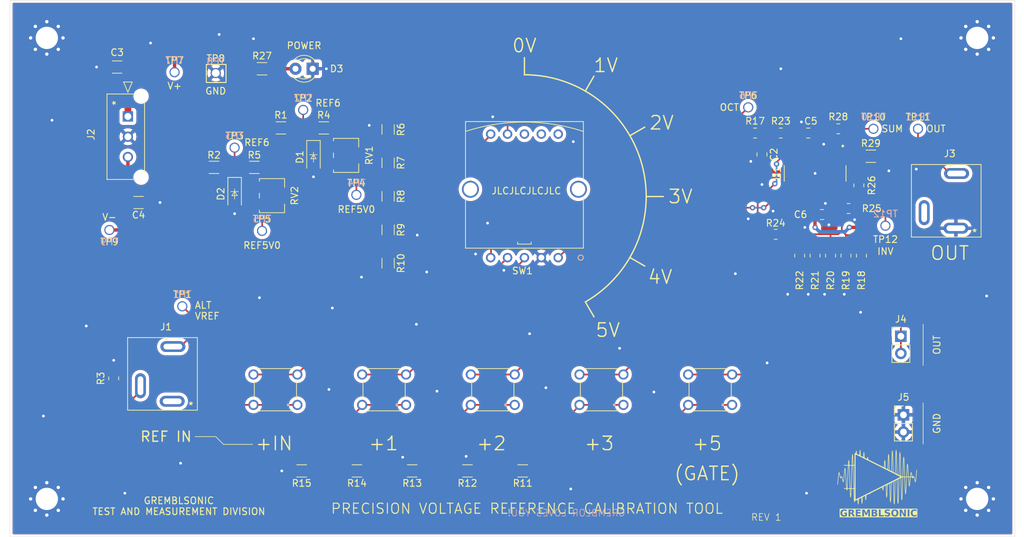
<source format=kicad_pcb>
(kicad_pcb (version 20240108) (generator "pcbnew") (generator_version "8.0")
  (layers (0 "F.Cu" signal) (31 "B.Cu" signal) (34 "B.Paste" user) (35 "F.Paste" user) (36 "B.SilkS" user "B.Silkscreen") (37 "F.SilkS" user "F.Silkscreen") (38 "B.Mask" user) (39 "F.Mask" user) (44 "Edge.Cuts" user))
  (net 0 "")
  (net 1 "GND")
  (net 2 "Net-(C2-Pad1)")
  (net 3 "Vcc+")
  (net 4 "Vcc-")
  (net 5 "Net-(D3-A)")
  (net 7 "/ALT_V_IN")
  (net 8 "/OUT")
  (net 10 "Net-(R4-Pad2)")
  (net 11 "Net-(R5-Pad2)")
  (net 12 "Net-(R6-Pad2)")
  (net 13 "Net-(R7-Pad2)")
  (net 14 "Net-(R8-Pad2)")
  (net 15 "Net-(R10-Pad1)")
  (net 16 "Net-(R11-Pad2)")
  (net 17 "Net-(R12-Pad2)")
  (net 18 "Net-(R13-Pad2)")
  (net 19 "Net-(R14-Pad2)")
  (net 20 "/OctaveSelect")
  (net 21 "/BTN5V")
  (net 22 "/VGND")
  (net 23 "/BTN3V")
  (net 24 "/BTN2V")
  (net 25 "/BTN1V")
  (net 26 "/BTN_ALT")
  (net 27 "Net-(U1A--)")
  (net 28 "/VINV")
  (net 29 "/VSUM")
  (net 35 "Net-(J1-PadTN)")
  (net 36 "Net-(U1B-+)")
  (net 37 "Net-(U1B--)")
  (net 38 "/REF6A")
  (net 39 "/REF6B")
  (net 40 "/REF5V0A")
  (net 41 "/REF5V0B")
  (net 42 "/ALT_BUF")
  (footprint "LED_THT:LED_D3.0mm" (layer "F.Cu") (at 81.153 43.18 180)
    (property "Reference" "D3")
    (property "Value" "POWER")
  )
  (footprint "Aaron_Pads:TP_HeaderPin_P2.54mm_round" (layer "F.Cu") (at 66.802 43.815)
    (property "Reference" "TP8")
    (property "Value" "TP" (hide yes))
  )
  (footprint "Aaron_Pads:TP_HeaderPin_P2.54mm_round" (layer "F.Cu") (at 51.054 67.056 180)
    (property "Reference" "TP9")
    (property "Value" "TP" (hide yes))
  )
  (footprint "Resistor_SMD:R_1206_3216Metric_Pad1.30x1.75mm_HandSolder" (layer "F.Cu") (at 95.898 102.743 180)
    (property "Reference" "R13")
    (property "Value" "1k 0.5%")
  )
  (footprint "Aaron_Pads:TP_HeaderPin_P2.54mm_round" (layer "F.Cu") (at 170.815 52.07)
    (property "Reference" "TP11")
    (property "Value" "TP" (hide yes))
  )
  (footprint "Resistor_SMD:R_1206_3216Metric_Pad1.30x1.75mm_HandSolder" (layer "F.Cu") (at 112.268 102.743 180)
    (property "Reference" "R11")
    (property "Value" "1k 0.5%")
  )
  (footprint "Aaron_Pads:MountingHole_3.3mm_M3_Full_Standoff_Size" (layer "F.Cu") (at 179.578 106.887)
    (property "Reference" "H4" (hide yes))
    (property "Value" "MountingHole_Pad")
  )
  (footprint "Aaron_Omron:B3F-1020" (layer "F.Cu") (at 143.279002 92.964 180)
    (property "Reference" "SW2" (hide yes))
    (property "Value" "B3F-1020")
  )
  (footprint "Resistor_SMD:R_1206_3216Metric_Pad1.30x1.75mm_HandSolder" (layer "F.Cu") (at 92.329 71.983 -90)
    (property "Reference" "R10")
    (property "Value" "1k 0.5%")
  )
  (footprint "Resistor_SMD:R_1206_3216Metric_Pad1.30x1.75mm_HandSolder" (layer "F.Cu") (at 104.083 102.743 180)
    (property "Reference" "R12")
    (property "Value" "1k 0.5%")
  )
  (footprint "Aaron_Connector:Molex-Microfit-43650-0316" (layer "F.Cu") (at 53.793 50.243999 90)
    (property "Reference" "J2")
    (property "Value" "Molex-MicroFit_43650-0316" (hide yes))
  )
  (footprint "Resistor_SMD:R_0805_2012Metric_Pad1.20x1.40mm_HandSolder" (layer "F.Cu") (at 157.861 70.85 90)
    (property "Reference" "R20")
    (property "Value" "100k 0.1%")
  )
  (footprint "Aaron_Switch:Alpha_SR1712F" (layer "F.Cu") (at 117.522 71.153 180)
    (property "Reference" "SW1")
    (property "Value" "SW_SP6T" (hide yes))
  )
  (footprint "Aaron_Pads:TP_HeaderPin_P2.54mm_round" (layer "F.Cu") (at 69.596 54.864)
    (property "Reference" "TP3")
    (property "Value" "TP" (hide yes))
  )
  (footprint "Capacitor_SMD:C_1206_3216Metric_Pad1.33x1.80mm_HandSolder" (layer "F.Cu") (at 55.372 62.992 180)
    (property "Reference" "C4")
    (property "Value" "4.7uF")
  )
  (footprint "Connector_PinHeader_2.54mm:PinHeader_1x02_P2.54mm_Vertical" (layer "F.Cu") (at 168.275 82.799)
    (property "Reference" "J4")
    (property "Value" "Conn_01x02")
  )
  (footprint "LOGO" (layer "F.Cu") (at 164.719 103.505)
    (property "Reference" "G***" (hide yes))
    (property "Value" "LOGO" (hide yes))
  )
  (footprint "Resistor_SMD:R_0805_2012Metric_Pad1.20x1.40mm_HandSolder" (layer "F.Cu") (at 149.733 67.691)
    (property "Reference" "R24")
    (property "Value" "100k 0.1%")
  )
  (footprint "Aaron_Omron:B3F-1020" (layer "F.Cu") (at 111.084502 92.964 180)
    (property "Reference" "SW4" (hide yes))
    (property "Value" "B3F-1020")
  )
  (footprint "Aaron_Omron:B3F-1020" (layer "F.Cu") (at 78.890002 92.964 180)
    (property "Reference" "SW6" (hide yes))
    (property "Value" "B3F-1020")
  )
  (footprint "Capacitor_SMD:C_0805_2012Metric_Pad1.18x1.45mm_HandSolder" (layer "F.Cu") (at 154.559 52.705 180)
    (property "Reference" "C5")
    (property "Value" "100nF")
  )
  (footprint "Aaron_Diode:D_SOD-123_SilkFix" (layer "F.Cu") (at 69.596 61.722 -90)
    (property "Reference" "D2")
    (property "Value" "6V0 ")
  )
  (footprint "Aaron_Pads:TP_HeaderPin_P2.54mm_round" (layer "F.Cu") (at 79.756 49.276)
    (property "Reference" "TP2")
    (property "Value" "TP" (hide yes))
  )
  (footprint "Resistor_SMD:R_1206_3216Metric_Pad1.30x1.75mm_HandSolder" (layer "F.Cu") (at 76.454 51.943)
    (property "Reference" "R1")
    (property "Value" "470R")
  )
  (footprint "Resistor_SMD:R_1206_3216Metric_Pad1.30x1.75mm_HandSolder" (layer "F.Cu") (at 66.548 57.785)
    (property "Reference" "R2")
    (property "Value" "470R")
  )
  (footprint "Aaron_Pads:TP_HeaderPin_P2.54mm_round" (layer "F.Cu") (at 60.706 43.688)
    (property "Reference" "TP7")
    (property "Value" "TP" (hide yes))
  )
  (footprint "Aaron_Omron:B3F-1020" (layer "F.Cu") (at 127.181752 92.964 180)
    (property "Reference" "SW3" (hide yes))
    (property "Value" "B3F-1020")
  )
  (footprint "Aaron_Pads:TP_HeaderPin_P2.54mm_round" (layer "F.Cu") (at 87.63 61.849)
    (property "Reference" "TP4")
    (property "Value" "TP" (hide yes))
  )
  (footprint "Capacitor_SMD:C_1206_3216Metric_Pad1.33x1.80mm_HandSolder" (layer "F.Cu") (at 52.197 42.926 180)
    (property "Reference" "C3")
    (property "Value" "4.7uF")
  )
  (footprint "Aaron_Pads:TP_HeaderPin_P2.54mm_round" (layer "F.Cu") (at 61.849 78.359)
    (property "Reference" "TP1")
    (property "Value" "TP" (hide yes))
  )
  (footprint "Resistor_SMD:R_0805_2012Metric_Pad1.20x1.40mm_HandSolder" (layer "F.Cu") (at 160.528 63.881)
    (property "Reference" "R25")
    (property "Value" "100k 0.1%")
  )
  (footprint "Resistor_SMD:R_0805_2012Metric_Pad1.20x1.40mm_HandSolder" (layer "F.Cu") (at 150.495 52.705)
    (property "Reference" "R23")
    (property "Value" "10k")
  )
  (footprint "Aaron_TI_Parts:TI_SOIC_D_R-PDSO-G14_Wider_Silk" (layer "F.Cu") (at 155.575 58.6775 -90)
    (property "Reference" "U1")
    (property "Value" "TL074H")
  )
  (footprint "Aaron_Potentiometer:Pot_Bourns_3214W_SMD_Vert" (layer "F.Cu") (at 75.131 61.978 90)
    (property "Reference" "RV2")
    (property "Value" "1k multi")
  )
  (footprint "Aaron_Pads:TP_HeaderPin_P2.54mm_round" (layer "F.Cu") (at 164.211 52.07)
    (property "Reference" "TP10")
    (property "Value" "TP" (hide yes))
  )
  (footprint "Resistor_SMD:R_0805_2012Metric_Pad1.20x1.40mm_HandSolder" (layer "F.Cu") (at 160.147 70.85 90)
    (property "Reference" "R19")
    (property "Value" "100k 0.1%")
  )
  (footprint "Resistor_SMD:R_1206_3216Metric_Pad1.30x1.75mm_HandSolder" (layer "F.Cu") (at 92.329 67.03 -90)
    (property "Reference" "R9")
    (property "Value" "1k 0.5%")
  )
  (footprint "Resistor_SMD:R_0805_2012Metric_Pad1.20x1.40mm_HandSolder" (layer "F.Cu") (at 155.575 70.85 90)
    (property "Reference" "R21")
    (property "Value" "100k 0.1%")
  )
  (footprint "Aaron_Pads:MountingHole_3.3mm_M3_Full_Standoff_Size" (layer "F.Cu") (at 41.783 38.608)
    (property "Reference" "H1" (hide yes))
    (property "Value" "MountingHole_Pad")
  )
  (footprint "Resistor_SMD:R_1206_3216Metric_Pad1.30x1.75mm_HandSolder" (layer "F.Cu") (at 73.66 43.18)
    (property "Reference" "R27")
    (property "Value" "1k 0.5%")
  )
  (footprint "Aaron_Omron:B3F-1020" (layer "F.Cu") (at 94.987252 92.964 180)
    (property "Reference" "SW5" (hide yes))
    (property "Value" "B3F-1020")
  )
  (footprint "Aaron_Connector:Schurter-4832.2211" (layer "F.Cu") (at 176.431061 66.792899)
    (property "Reference" "J3")
    (property "Value" "AudioJack2_SwitchT" (hide yes))
  )
  (footprint "Aaron_Potentiometer:Pot_Bourns_3214W_SMD_Vert" (layer "F.Cu") (at 86.106 56.007 90)
    (property "Reference" "RV1")
    (property "Value" "1k multi")
  )
  (footprint "Resistor_SMD:R_1206_3216Metric_Pad1.30x1.75mm_HandSolder" (layer "F.Cu") (at 87.713 102.743 180)
    (property "Reference" "R14")
    (property "Value" "1k 0.5%")
  )
  (footprint "Resistor_SMD:R_0805_2012Metric_Pad1.20x1.40mm_HandSolder" (layer "F.Cu") (at 162.433 70.85 90)
    (property "Reference" "R18")
    (property "Value" "100k 0.1%")
  )
  (footprint "Resistor_SMD:R_0805_2012Metric_Pad1.20x1.40mm_HandSolder" (layer "F.Cu") (at 51.689 89.043 -90)
    (property "Reference" "R3")
    (property "Value" "10k")
  )
  (footprint "Aaron_Pads:TP_HeaderPin_P2.54mm_round" (layer "F.Cu") (at 165.989 66.421)
    (property "Reference" "TP12")
    (property "Value" "TP" (hide yes))
  )
  (footprint "Connector_PinHeader_2.54mm:PinHeader_1x02_P2.54mm_Vertical" (layer "F.Cu") (at 168.656 94.44)
    (property "Reference" "J5")
    (property "Value" "Conn_01x02")
  )
  (footprint "Aaron_Connector:Schurter-4832.2211" (layer "F.Cu") (at 60.351924 92.427999)
    (property "Reference" "J1")
    (property "Value" "AudioJack2_SwitchT" (hide yes))
  )
  (footprint "Aaron_Diode:D_SOD-123_SilkFix" (layer "F.Cu") (at 81.28 56.261 -90)
    (property "Reference" "D1")
    (property "Value" "6V0 ")
  )
  (footprint "Aaron_Pads:TP_HeaderPin_P2.54mm_round" (layer "F.Cu") (at 73.66 67.183)
    (property "Reference" "TP5")
    (property "Value" "TP" (hide yes))
  )
  (footprint "Resistor_SMD:R_0805_2012Metric_Pad1.20x1.40mm_HandSolder" (layer "F.Cu") (at 146.685 52.705)
    (property "Reference" "R17")
    (property "Value" "2k2")
  )
  (footprint "Resistor_SMD:R_1206_3216Metric_Pad1.30x1.75mm_HandSolder" (layer "F.Cu") (at 163.83 56.134)
    (property "Reference" "R29")
    (property "Value" "470R")
  )
  (footprint "Resistor_SMD:R_0805_2012Metric_Pad1.20x1.40mm_HandSolder" (layer "F.Cu") (at 153.289 70.85 90)
    (property "Reference" "R22")
    (property "Value" "100k 0.1%")
  )
  (footprint "Aaron_Pads:MountingHole_3.3mm_M3_Full_Standoff_Size" (layer "F.Cu") (at 41.783 106.887)
    (property "Reference" "H3" (hide yes))
    (property "Value" "MountingHole_Pad")
  )
  (footprint "Resistor_SMD:R_0805_2012Metric_Pad1.20x1.40mm_HandSolder" (layer "F.Cu") (at 162.052 60.452 -90)
    (property "Reference" "R26")
    (property "Value" "100k 0.1%")
  )
  (footprint "Resistor_SMD:R_1206_3216Metric_Pad1.30x1.75mm_HandSolder" (layer "F.Cu") (at 79.528 102.743 180)
    (property "Reference" "R15")
    (property "Value" "1k 0.5%")
  )
  (footprint "Resistor_SMD:R_1206_3216Metric_Pad1.30x1.75mm_HandSolder" (layer "F.Cu") (at 92.329 62.077 -90)
    (property "Reference" "R8")
    (property "Value" "1k 0.5%")
  )
  (footprint "Resistor_SMD:R_1206_3216Metric_Pad1.30x1.75mm_HandSolder" (layer "F.Cu") (at 92.329 52.171 -90)
    (property "Reference" "R6")
    (property "Value" "1k 0.5%")
  )
  (footprint "Resistor_SMD:R_1206_3216Metric_Pad1.30x1.75mm_HandSolder" (layer "F.Cu") (at 72.517 57.787)
    (property "Reference" "R5")
    (property "Value" "470R")
  )
  (footprint "Capacitor_SMD:C_0805_2012Metric_Pad1.18x1.45mm_HandSolder" (layer "F.Cu") (at 156.591 64.77)
    (property "Reference" "C6")
    (property "Value" "100nF")
  )
  (footprint "Aaron_Pads:TP_HeaderPin_P2.54mm_round" (layer "F.Cu") (at 145.669 48.895)
    (property "Reference" "TP6")
    (property "Value" "TP" (hide yes))
  )
  (footprint "Resistor_SMD:R_1206_3216Metric_Pad1.30x1.75mm_HandSolder" (layer "F.Cu") (at 82.804 51.943)
    (property "Reference" "R4")
    (property "Value" "470R")
  )
  (footprint "Resistor_SMD:R_0805_2012Metric_Pad1.20x1.40mm_HandSolder" (layer "F.Cu") (at 159.004 52.07)
    (property "Reference" "R28")
    (property "Value" "100k 0.1%")
  )
  (footprint "Capacitor_SMD:C_0805_2012Metric_Pad1.18x1.45mm_HandSolder" (layer "F.Cu") (at 147.701 55.88 -90)
    (property "Reference" "C2")
    (property "Value" "10nF")
  )
  (footprint "Resistor_SMD:R_1206_3216Metric_Pad1.30x1.75mm_HandSolder" (layer "F.Cu") (at 92.329 57.124 -90)
    (property "Reference" "R7")
    (property "Value" "1k 0.5%")
  )
  (footprint "Aaron_Pads:MountingHole_3.3mm_M3_Full_Standoff_Size" (layer "F.Cu") (at 179.578 38.608)
    (property "Reference" "H2" (hide yes))
    (property "Value" "MountingHole_Pad")
  )
  (gr_line (start 130.342225 51.820536) (end 128.14252 53.090536) (stroke (width 0.2)) (layer "F.SilkS"))
  (gr_arc (start 112.522 44.069) (mid 129.94015 57.430399) (end 121.54807 77.715662) (stroke (width 0.2)) (layer "F.SilkS"))
  (gr_line (start 63.754 97.663) (end 66.802 97.663) (stroke (width 0.1)) (layer "F.SilkS"))
  (gr_line (start 171.577 81.026) (end 171.577 87.122) (stroke (width 0.1)) (layer "F.SilkS"))
  (gr_line (start 133.096 62.103) (end 130.556 62.103) (stroke (width 0.2)) (layer "F.SilkS"))
  (gr_line (start 112.522 44.069) (end 112.522 41.529) (stroke (width 0.2)) (layer "F.SilkS"))
  (gr_line (start 171.577 92.662) (end 171.577 98.758) (stroke (width 0.1)) (layer "F.SilkS"))
  (gr_line (start 66.802 97.663) (end 67.945 98.806) (stroke (width 0.1)) (layer "F.SilkS"))
  (gr_rect (start 65.405 42.545) (end 68.326 45.212) (stroke (width 0.15)) (fill none) (layer "F.SilkS"))
  (gr_line (start 121.54807 77.715662) (end 122.81807 79.915367) (stroke (width 0.2)) (layer "F.SilkS"))
  (gr_line (start 122.807659 44.284619) (end 121.537659 46.484324) (stroke (width 0.2)) (layer "F.SilkS"))
  (gr_line (start 67.945 98.806) (end 72.263 98.806) (stroke (width 0.1)) (layer "F.SilkS"))
  (gr_line (start 128.134662 71.12907) (end 130.334367 72.39907) (stroke (width 0.2)) (layer "F.SilkS"))
  (gr_rect (start 36.322 33.02) (end 185.166 112.522) (stroke (width 0.05)) (fill none) (layer "Edge.Cuts"))
  (gr_text "GREMBLOR LOVES YOU!" (at 118.745 108.966 0) (layer "B.SilkS") (effects (font (size 1 1) (thickness 0.1)) (justify mirror)))
  (gr_text "V-" (at 51.054 65.151 0) (layer "F.SilkS") (effects (font (size 1 1))))
  (gr_text "JLCJLCJLCJLC" (at 107.569 61.849 0) (layer "F.SilkS") (effects (font (size 1 1)) (justify left bottom)))
  (gr_text "OCT" (at 142.875 48.895 0) (layer "F.SilkS") (effects (font (size 1 1))))
  (gr_text "+1" (at 91.650322 98.679 0) (layer "F.SilkS") (effects (font (size 2 2) (thickness 0.2))))
  (gr_text "INV" (at 165.989 70.231 0) (layer "F.SilkS") (effects (font (size 1 1))))
  (gr_text "REF6" (at 72.898 54.102 0) (layer "F.SilkS") (effects (font (size 1 1))))
  (gr_text "GREMBLSONIC\nTEST AND MEASUREMENT DIVISION" (at 61.341 107.95 0) (layer "F.SilkS") (effects (font (size 1 1))))
  (gr_text "REF5V0" (at 73.66 69.342 0) (layer "F.SilkS") (effects (font (size 1 1))))
  (gr_text "SUM" (at 167.005 52.07 0) (layer "F.SilkS") (effects (font (size 1 1))))
  (gr_text "GREMBLSONIC" (at 164.973 109.6518 0) (layer "F.SilkS" knockout) (effects (font (size 1 1) (thickness 0.2) (bold yes)) (justify bottom)))
  (gr_text "1V" (at 124.587 42.672 0) (layer "F.SilkS") (effects (font (size 2 2) (thickness 0.2))))
  (gr_text "4V" (at 130.683 75.184 0) (layer "F.SilkS") (effects (font (size 2 2) (thickness 0.2)) (justify left bottom)))
  (gr_text "+IN" (at 75.438 98.679 0) (layer "F.SilkS") (effects (font (size 2 2) (thickness 0.2))))
  (gr_text "V+" (at 60.706 45.72 0) (layer "F.SilkS") (effects (font (size 1 1))))
  (gr_text "GND" (at 173.609 95.71 90) (layer "F.SilkS") (effects (font (size 1 1))))
  (gr_text "OUT" (at 173.609 84.074 90) (layer "F.SilkS") (effects (font (size 1 1))))
  (gr_text "POWER" (at 79.883 39.751 0) (layer "F.SilkS") (effects (font (size 1 1))))
  (gr_text "3V" (at 135.636 62.103 0) (layer "F.SilkS") (effects (font (size 2 2) (thickness 0.2))))
  (gr_text "2V" (at 132.842 51.181 0) (layer "F.SilkS") (effects (font (size 2 2) (thickness 0.2))))
  (gr_text "PRECISION VOLTAGE REFERENCE CALIBRATION TOOL\n" (at 112.903 108.331 0) (layer "F.SilkS") (effects (font (size 1.5 1.5))))
  (gr_text "+5" (at 139.573 98.679 0) (layer "F.SilkS") (effects (font (size 2 2) (thickness 0.2))))
  (gr_text "+2" (at 107.624548 98.679 0) (layer "F.SilkS") (effects (font (size 2 2) (thickness 0.2))))
  (gr_text "REF5V0" (at 87.63 64.008 0) (layer "F.SilkS") (effects (font (size 1 1))))
  (gr_text "0V" (at 112.522 39.751 0) (layer "F.SilkS") (effects (font (size 2 2) (thickness 0.2))))
  (gr_text "OUT" (at 173.482 52.07 0) (layer "F.SilkS") (effects (font (size 1 1))))
  (gr_text "(GATE)" (at 139.573 103.124 0) (layer "F.SilkS") (effects (font (size 2 2) (thickness 0.2))))
  (gr_text "REF6" (at 83.439 48.26 0) (layer "F.SilkS") (effects (font (size 1 1))))
  (gr_text "ALT\nVREF" (at 63.627 80.391 0) (layer "F.SilkS") (effects (font (size 1 1)) (justify left bottom)))
  (gr_text "REV 1" (at 148.336 109.601 0) (layer "F.SilkS") (effects (font (size 1 1) (thickness 0.1))))
  (gr_text "5V" (at 122.936 83.058 0) (layer "F.SilkS") (effects (font (size 2 2) (thickness 0.2)) (justify left bottom)))
  (gr_text "GND" (at 66.802 46.482 0) (layer "F.SilkS") (effects (font (size 1 1))))
  (gr_text "OUT" (at 175.514 70.485 0) (layer "F.SilkS") (effects (font (size 2 2) (thickness 0.2))))
  (gr_text "+3" (at 123.598774 98.679 0) (layer "F.SilkS") (effects (font (size 2 2) (thickness 0.2))))
  (gr_text "REF IN" (at 59.436 97.663 0) (layer "F.SilkS") (effects (font (size 1.5 1.5) (thickness 0.2))))
  (segment (start 56.9345 62.992) (end 58.547 62.992) (width 0.5) (layer "F.Cu") (net 1))
  (segment (start 81.28 57.911) (end 81.28 59.182) (width 0.25) (layer "F.Cu") (net 1))
  (segment (start 81.153 43.18) (end 83.185 43.18) (width 0.5) (layer "F.Cu") (net 1))
  (segment (start 157.6285 66.2725) (end 157.607 66.294) (width 0.5) (layer "F.Cu") (net 1))
  (segment (start 147.701 56.9175) (end 146.0715 56.9175) (width 0.5) (layer "F.Cu") (net 1))
  (segment (start 156.845 56.2025) (end 156.845 54.356) (width 0.25) (layer "F.Cu") (net 1))
  (segment (start 69.596 63.372) (end 69.596 64.643) (width 0.25) (layer "F.Cu") (net 1))
  (segment (start 51.689 88.043) (end 51.689 86.36) (width 0.5) (layer "F.Cu") (net 1))
  (segment (start 157.6285 64.77) (end 157.6285 66.2725) (width 0.5) (layer "F.Cu") (net 1))
  (segment (start 146.0715 56.9175) (end 146.05 56.896) (width 0.5) (layer "F.Cu") (net 1))
  (segment (start 153.5215 51.0755) (end 153.543 51.054) (width 0.5) (layer "F.Cu") (net 1))
  (segment (start 156.845 62.865) (end 157.099 63.119) (width 0.25) (layer "F.Cu") (net 1))
  (segment (start 156.845 61.1525) (end 156.845 62.865) (width 0.25) (layer "F.Cu") (net 1))
  (segment (start 77.978 102.743) (end 76.581 102.743) (width 0.5) (layer "F.Cu") (net 1))
  (segment (start 153.5215 52.705) (end 153.5215 51.0755) (width 0.5) (layer "F.Cu") (net 1))
  (segment (start 50.6345 42.926) (end 49.149 42.926) (width 0.5) (layer "F.Cu") (net 1))
  (via (at 143.764 73.533) (size 0.8) (drill 0.4) (layers "F.Cu" "B.Cu") (net 1))
  (via (at 61.595 101.6) (size 0.8) (drill 0.4) (layers "F.Cu" "B.Cu") (net 1))
  (via (at 154.051 66.675) (size 0.8) (drill 0.4) (layers "F.Cu" "B.Cu") (net 1))
  (via (at 53.34 106.045) (size 0.8) (drill 0.4) (layers "F.Cu" "B.Cu") (net 1))
  (via (at 180.975 76.835) (size 0.8) (drill 0.4) (layers "F.Cu" "B.Cu") (net 1))
  (via (at 96.52 81.026) (size 0.8) (drill 0.4) (layers "F.Cu" "B.Cu") (net 1))
  (via (at 83.566 90.678) (size 0.8) (drill 0.4) (layers "F.Cu" "B.Cu") (net 1))
  (via (at 156.845 54.356) (size 0.8) (drill 0.4) (layers "F.Cu" "B.Cu") (net 1))
  (via (at 119.38 105.41) (size 0.8) (drill 0.4) (layers "F.Cu" "B.Cu") (net 1))
  (via (at 156.972 76.581) (size 0.8) (drill 0.4) (layers "F.Cu" "B.Cu") (net 1))
  (via (at 150.495 43.18) (size 0.8) (drill 0.4) (layers "F.Cu" "B.Cu") (net 1))
  (via (at 147.701 60.325) (size 0.8) (drill 0.4) (layers "F.Cu" "B.Cu") (net 1))
  (via (at 57.15 39.37) (size 0.8) (drill 0.4) (layers "F.Cu" "B.Cu") (net 1))
  (via (at 170.561 58.039) (size 0.8) (drill 0.4) (layers "F.Cu" "B.Cu") (net 1))
  (via (at 155.575 58.674) (size 0.8) (drill 0.4) (layers "F.Cu" "B.Cu") (net 1))
  (via (at 115.697 90.424) (size 0.8) (drill 0.4) (layers "F.Cu" "B.Cu") (net 1))
  (via (at 119.761 53.975) (size 0.8) (drill 0.4) (layers "F.Cu" "B.Cu") (net 1))
  (via (at 107.061 66.04) (size 0.8) (drill 0.4) (layers "F.Cu" "B.Cu") (net 1))
  (via (at 151.511 76.581) (size 0.8) (drill 0.4) (layers "F.Cu" "B.Cu") (net 1))
  (via (at 49.149 42.926) (size 0.8) (drill 0.4) (layers "F.Cu" "B.Cu") (net 1))
  (via (at 99.568 90.932) (size 0.8) (drill 0.4) (layers "F.Cu" "B.Cu") (net 1))
  (via (at 84.074 78.613) (size 0.8) (drill 0.4) (layers "F.Cu" "B.Cu") (net 1))
  (via (at 166.497 58.293) (size 0.8) (drill 0.4) (layers "F.Cu" "B.Cu") (net 1))
  (via (at 154.559 76.581) (size 0.8) (drill 0.4) (layers "F.Cu" "B.Cu") (net 1))
  (via (at 69.596 64.643) (size 0.8) (drill 0.4) (layers "F.Cu" "B.Cu") (net 1))
  (via (at 113.284 82.423) (size 0.8) (drill 0.4) (layers "F.Cu" "B.Cu") (net 1))
  (via (at 105.283 70.612) (size 0.8) (drill 0.4) (layers "F.Cu" "B.Cu") (net 1))
  (via (at 131.699 91.059) (size 0.8) (drill 0.4) (layers "F.Cu" "B.Cu") (net 1))
  (via (at 88.392 74.041) (size 0.8) (drill 0.4) (layers "F.Cu" "B.Cu") (net 1))
  (via (at 47.625 81.28) (size 0.8) (drill 0.4) (layers "F.Cu" "B.Cu") (net 1))
  (via (at 103.886 100.584) (size 0.8) (drill 0.4) (layers "F.Cu" "B.Cu") (net 1))
  (via (at 145.669 65.405) (size 0.8) (drill 0.4) (layers "F.Cu" "B.Cu") (net 1))
  (via (at 98.044 73.279) (size 0.8) (drill 0.4) (layers "F.Cu" "B.Cu") (net 1))
  (via (at 58.547 62.992) (size 0.8) (drill 0.4) (layers "F.Cu" "B.Cu") (net 1))
  (via (at 96.647 67.818) (size 0.8) (drill 0.4) (layers "F.Cu" "B.Cu") (net 1))
  (via (at 157.099 63.119) (size 0.8) (drill 0.4) (layers "F.Cu" "B.Cu") (net 1))
  (via (at 83.185 43.18) (size 0.8) (drill 0.4) (layers "F.Cu" "B.Cu") (net 1))
  (via (at 107.823 50.292) (size 0.8) (drill 0.4) (layers "F.Cu" "B.Cu") (net 1))
  (via (at 76.581 102.743) (size 0.8) (drill 0.4) (layers "F.Cu" "B.Cu") (net 1))
  (via (at 153.543 51.054) (size 0.8) (drill 0.4) (layers "F.Cu" "B.Cu") (net 1))
  (via (at 73.279 77.089) (size 0.8) (drill 0.4) (layers "F.Cu" "B.Cu") (net 1))
  (via (at 168.275 38.735) (size 0.8) (drill 0.4) (layers "F.Cu" "B.Cu") (net 1))
  (via (at 109.474 73.025) (size 0.8) (drill 0.4) (layers "F.Cu" "B.Cu") (net 1))
  (via (at 94.488 100.711) (size 0.8) (drill 0.4) (layers "F.Cu" "B.Cu") (net 1))
  (via (at 67.31 38.1) (size 0.8) (drill 0.4) (layers "F.Cu" "B.Cu") (net 1))
  (via (at 148.463 86.741) (size 0.8) (drill 0.4) (layers "F.Cu" "B.Cu") (net 1))
  (via (at 146.05 56.896) (size 0.8) (drill 0.4) (layers "F.Cu" "B.Cu") (net 1))
  (via (at 157.607 66.294) (size 0.8) (drill 0.4) (layers "F.Cu" "B.Cu") (net 1))
  (via (at 42.545 50.8) (size 0.8) (drill 0.4) (layers "F.Cu" "B.Cu") (net 1))
  (via (at 154.305 106.045) (size 0.8) (drill 0.4) (layers "F.Cu" "B.Cu") (net 1))
  (via (at 72.39 38.735) (size 0.8) (drill 0.4) (layers "F.Cu" "B.Cu") (net 1))
  (via (at 81.28 59.182) (size 0.8) (drill 0.4) (layers "F.Cu" "B.Cu") (net 1))
  (via (at 41.275 94.615) (size 0.8) (drill 0.4) (layers "F.Cu" "B.Cu") (net 1))
  (via (at 162.306 79.248) (size 0.8) (drill 0.4) (layers "F.Cu" "B.Cu") (net 1))
  (via (at 51.689 86.36) (size 0.8) (drill 0.4) (layers "F.Cu" "B.Cu") (net 1))
  (via (at 149.352 64.262) (size 0.8) (drill 0.4) (layers "F.Cu" "B.Cu") (net 1))
  (via (at 126.619 84.582) (size 0.8) (drill 0.4) (layers "F.Cu" "B.Cu") (net 1))
  (via (at 159.893 76.581) (size 0.8) (drill 0.4) (layers "F.Cu" "B.Cu") (net 1))
  (via (at 89.535 51.562) (size 0.8) (drill 0.4) (layers "F.Cu" "B.Cu") (net 1))
  (via (at 161.417 65.532) (size 0.8) (drill 0.4) (layers "F.Cu" "B.Cu") (net 1))
  (segment (start 147.685 52.705) (end 149.352 52.705) (width 0.25) (layer "F.Cu") (net 2))
  (segment (start 147.701 54.8425) (end 147.701 52.832) (width 0.25) (layer "F.Cu") (net 2))
  (segment (start 152.019 36.195) (end 155.575 39.751) (width 1) (layer "F.Cu") (net 3))
  (segment (start 69.85 43.307) (end 69.85 36.195) (width 0.5) (layer "F.Cu") (net 3))
  (segment (start 59.309 45.974) (end 54.61 41.275) (width 0.5) (layer "F.Cu") (net 3))
  (segment (start 53.793 38.917) (end 56.515 36.195) (width 1) (layer "F.Cu") (net 3))
  (segment (start 73.279 51.943) (end 69.85 48.514) (width 0.5) (layer "F.Cu") (net 3))
  (segment (start 60.706 43.688) (end 60.706 36.195) (width 0.5) (layer "F.Cu") (net 3))
  (segment (start 69.977 43.18) (end 69.85 43.307) (width 0.5) (layer "F.Cu") (net 3))
  (segment (start 60.706 36.195) (end 69.85 36.195) (width 1) (layer "F.Cu") (net 3))
  (segment (start 155.575 44.45) (end 155.575 39.751) (width 1) (layer "F.Cu") (net 3))
  (segment (start 63.0555 57.0865) (end 63.754 57.785) (width 0.25) (layer "F.Cu") (net 3))
  (segment (start 72.11 43.18) (end 69.977 43.18) (width 0.5) (layer "F.Cu") (net 3))
  (segment (start 69.85 36.195) (end 152.019 36.195) (width 1) (layer "F.Cu") (net 3))
  (segment (start 155.575 56.2025) (end 155.575 54.737) (width 0.25) (layer "F.Cu") (net 3))
  (segment (start 69.85 48.514) (end 69.85 43.307) (width 0.5) (layer "F.Cu") (net 3))
  (segment (start 59.309 53.34) (end 59.309 45.974) (width 0.5) (layer "F.Cu") (net 3))
  (segment (start 53.793 50.243999) (end 53.793 41.275) (width 1) (layer "F.Cu") (net 3))
  (segment (start 56.515 36.195) (end 60.706 36.195) (width 1) (layer "F.Cu") (net 3))
  (segment (start 74.904 51.943) (end 73.279 51.943) (width 0.25) (layer "F.Cu") (net 3))
  (segment (start 155.575 54.737) (end 155.575 44.45) (width 0.5) (layer "F.Cu") (net 3))
  (segment (start 64.998 57.785) (end 63.754 57.785) (width 0.25) (layer "F.Cu") (net 3))
  (segment (start 54.61 41.275) (end 53.793 41.275) (width 0.5) (layer "F.Cu") (net 3))
  (segment (start 53.793 41.275) (end 53.793 38.917) (width 1) (layer "F.Cu") (net 3))
  (segment (start 63.0555 57.0865) (end 59.309 53.34) (width 0.5) (layer "F.Cu") (net 3))
  (segment (start 155.575 62.865) (end 155.575 64.516) (width 0.5) (layer "F.Cu") (net 4))
  (segment (start 155.5535 64.77) (end 155.5535 66.6535) (width 0.5) (layer "F.Cu") (net 4))
  (segment (start 45.085 78.282) (end 53.8095 69.5575) (width 0.5) (layer "F.Cu") (net 4))
  (segment (start 54.61 109.22) (end 45.085 99.695) (width 0.5) (layer "F.Cu") (net 4))
  (segment (start 53.8095 67.056) (end 53.8095 69.5575) (width 0.5) (layer "F.Cu") (net 4))
  (segment (start 143.51 109.22) (end 54.61 109.22) (width 0.5) (layer "F.Cu") (net 4))
  (segment (start 164.465 68.58) (end 164.465 88.265) (width 0.5) (layer "F.Cu") (net 4))
  (segment (start 51.054 67.056) (end 53.8095 67.056) (width 0.5) (layer "F.Cu") (net 4))
  (segment (start 53.8095 62.992) (end 53.8095 67.056) (width 0.5) (layer "F.Cu") (net 4))
  (segment (start 160.655 66.675) (end 162.56 66.675) (width 0.5) (layer "F.Cu") (net 4))
  (segment (start 155.5535 66.6535) (end 155.575 66.675) (width 0.5) (layer "F.Cu") (net 4))
  (segment (start 53.793 56.243997) (end 53.793 62.92) (width 0.5) (layer "F.Cu") (net 4))
  (segment (start 164.465 88.265) (end 143.51 109.22) (width 0.5) (layer "F.Cu") (net 4))
  (segment (start 162.56 66.675) (end 164.465 68.58) (width 0.5) (layer "F.Cu") (net 4))
  (segment (start 155.575 61.1525) (end 155.575 62.865) (width 0.25) (layer "F.Cu") (net 4))
  (segment (start 45.085 99.695) (end 45.085 78.282) (width 0.5) (layer "F.Cu") (net 4))
  (via (at 155.575 66.675) (size 0.8) (drill 0.4) (layers "F.Cu" "B.Cu") (net 4))
  (via (at 160.655 66.675) (size 0.8) (drill 0.4) (layers "F.Cu" "B.Cu") (net 4))
  (segment (start 160.02 67.31) (end 160.655 66.675) (width 0.5) (layer "B.Cu") (net 4))
  (segment (start 155.575 66.675) (end 156.21 67.31) (width 0.5) (layer "B.Cu") (net 4))
  (segment (start 156.21 67.31) (end 160.02 67.31) (width 0.5) (layer "B.Cu") (net 4))
  (segment (start 75.21 43.18) (end 78.486 43.18) (width 0.5) (layer "F.Cu") (net 5))
  (segment (start 64.7065 81.2165) (end 64.897 81.026) (width 0.25) (layer "F.Cu") (net 7))
  (segment (start 154.305 59.69) (end 153.924 59.309) (width 0.25) (layer "F.Cu") (net 7))
  (segment (start 61.849 78.359) (end 64.516 81.026) (width 0.25) (layer "F.Cu") (net 7))
  (segment (start 153.924 59.309) (end 142.367 59.309) (width 0.25) (layer "F.Cu") (net 7))
  (segment (start 126.238 75.438) (end 142.367 59.309) (width 0.25) (layer "F.Cu") (net 7))
  (segment (start 154.305 61.1525) (end 154.305 59.69) (width 0.25) (layer "F.Cu") (net 7))
  (segment (start 64.516 81.407) (end 64.7065 81.2165) (width 0.25) (layer "F.Cu") (net 7))
  (segment (start 61.595 84.328) (end 64.516 81.407) (width 0.25) (layer "F.Cu") (net 7))
  (segment (start 70.485 75.438) (end 126.238 75.438) (width 0.25) (layer "F.Cu") (net 7))
  (segment (start 64.516 81.026) (end 64.7065 81.2165) (width 0.25) (layer "F.Cu") (net 7))
  (segment (start 64.516 81.026) (end 64.897 81.026) (width 0.25) (layer "F.Cu") (net 7))
  (segment (start 64.516 81.026) (end 64.516 81.407) (width 0.25) (layer "F.Cu") (net 7))
  (segment (start 64.897 81.026) (end 70.485 75.438) (width 0.25) (layer "F.Cu") (net 7))
  (segment (start 170.815 52.07) (end 170.815 55.88) (width 0.25) (layer "F.Cu") (net 8))
  (segment (start 168.275 56.515) (end 168.656 56.134) (width 0.25) (layer "F.Cu") (net 8))
  (segment (start 170.815 55.88) (end 170.815 56.134) (width 0.25) (layer "F.Cu") (net 8))
  (segment (start 168.275 56.134) (end 168.656 56.134) (width 0.25) (layer "F.Cu") (net 8))
  (segment (start 167.894 56.134) (end 168.275 56.134) (width 0.25) (layer "F.Cu") (net 8))
  (segment (start 168.275 56.769) (end 168.275 56.515) (width 0.25) (layer "F.Cu") (net 8))
  (segment (start 170.815 55.88) (end 171.069 56.134) (width 0.25) (layer "F.Cu") (net 8))
  (segment (start 171.323 56.134) (end 172.974 56.134) (width 0.25) (layer "F.Cu") (net 8))
  (segment (start 168.656 56.134) (end 170.053 56.134) (width 0.25) (layer "F.Cu") (net 8))
  (segment (start 172.974 56.134) (end 175.26 58.42) (width 0.25) (layer "F.Cu") (net 8))
  (segment (start 170.561 56.134) (end 170.815 55.88) (width 0.25) (layer "F.Cu") (net 8))
  (segment (start 170.815 56.134) (end 171.323 56.134) (width 0.25) (layer "F.Cu") (net 8))
  (segment (start 168.275 56.134) (end 168.275 56.769) (width 0.25) (layer "F.Cu") (net 8))
  (segment (start 170.053 56.134) (end 170.815 56.134) (width 0.25) (layer "F.Cu") (net 8))
  (segment (start 171.069 56.134) (end 171.323 56.134) (width 0.25) (layer "F.Cu") (net 8))
  (segment (start 165.38 56.134) (end 167.894 56.134) (width 0.25) (layer "F.Cu") (net 8))
  (segment (start 170.053 56.134) (end 170.561 56.134) (width 0.25) (layer "F.Cu") (net 8))
  (segment (start 168.275 56.769) (end 168.275 85.471) (width 0.25) (layer "F.Cu") (net 8))
  (segment (start 168.275 56.515) (end 167.894 56.134) (width 0.25) (layer "F.Cu") (net 8))
  (segment (start 86.106 52.578) (end 86.106 53.467) (width 0.25) (layer "F.Cu") (net 10))
  (segment (start 86.106 53.467) (end 85.344 54.229) (width 0.25) (layer "F.Cu") (net 10))
  (segment (start 85.471 51.943) (end 86.106 52.578) (width 0.25) (layer "F.Cu") (net 10))
  (segment (start 84.354 51.943) (end 85.471 51.943) (width 0.25) (layer "F.Cu") (net 10))
  (segment (start 75.692 58.928) (end 74.295 60.325) (width 0.25) (layer "F.Cu") (net 11))
  (segment (start 75.692 58.166) (end 75.692 58.928) (width 0.25) (layer "F.Cu") (net 11))
  (segment (start 75.313 57.787) (end 75.692 58.166) (width 0.25) (layer "F.Cu") (net 11))
  (segment (start 74.067 57.787) (end 75.313 57.787) (width 0.25) (layer "F.Cu") (net 11))
  (segment (start 105.918 54.61) (end 107.442 53.086) (width 0.25) (layer "F.Cu") (net 12))
  (segment (start 92.329 54.61) (end 92.329 55.245) (width 0.25) (layer "F.Cu") (net 12))
  (segment (start 92.329 54.61) (end 105.918 54.61) (width 0.25) (layer "F.Cu") (net 12))
  (segment (start 92.329 53.721) (end 92.329 54.61) (width 0.25) (layer "F.Cu") (net 12))
  (segment (start 97.536 59.69) (end 107.569 69.723) (width 0.25) (layer "F.Cu") (net 13))
  (segment (start 92.329 58.674) (end 92.329 59.69) (width 0.25) (layer "F.Cu") (net 13))
  (segment (start 92.329 59.69) (end 97.536 59.69) (width 0.25) (layer "F.Cu") (net 13))
  (segment (start 107.569 69.723) (end 107.569 70.993) (width 0.25) (layer "F.Cu") (net 13))
  (segment (start 92.329 59.69) (end 92.329 60.452) (width 0.25) (layer "F.Cu") (net 13))
  (segment (start 104.648 72.771) (end 96.393 64.516) (width 0.25) (layer "F.Cu") (net 14))
  (segment (start 108.404 72.771) (end 104.648 72.771) (width 0.25) (layer "F.Cu") (net 14))
  (segment (start 92.329 63.627) (end 92.329 64.516) (width 0.25) (layer "F.Cu") (net 14))
  (segment (start 110.022 71.153) (end 108.404 72.771) (width 0.25) (layer "F.Cu") (net 14))
  (segment (start 92.329 64.516) (end 92.329 65.151) (width 0.25) (layer "F.Cu") (net 14))
  (segment (start 96.393 64.516) (end 92.329 64.516) (width 0.25) (layer "F.Cu") (net 14))
  (segment (start 92.329 68.58) (end 92.329 69.469) (width 0.25) (layer "F.Cu") (net 15))
  (segment (start 109.601 74.295) (end 112.522 71.374) (width 0.25) (layer "F.Cu") (net 15))
  (segment (start 92.329 69.469) (end 98.171 69.469) (width 0.25) (layer "F.Cu") (net 15))
  (segment (start 102.997 74.295) (end 109.601 74.295) (width 0.25) (layer "F.Cu") (net 15))
  (segment (start 98.171 69.469) (end 102.997 74.295) (width 0.25) (layer "F.Cu") (net 15))
  (segment (start 92.329 69.469) (end 92.329 70.231) (width 0.25) (layer "F.Cu") (net 15))
  (segment (start 105.633 102.743) (end 110.617 102.743) (width 0.25) (layer "F.Cu") (net 16))
  (segment (start 99.949 102.743) (end 100.33 102.743) (width 0.25) (layer "F.Cu") (net 17))
  (segment (start 102.108 99.568) (end 114.173 99.568) (width 0.25) (layer "F.Cu") (net 17))
  (segment (start 99.949 102.743) (end 99.949 102.362) (width 0.25) (layer "F.Cu") (net 17))
  (segment (start 99.568 102.743) (end 99.949 102.743) (width 0.25) (layer "F.Cu") (net 17))
  (segment (start 99.949 102.362) (end 100.33 102.743) (width 0.25) (layer "F.Cu") (net 17))
  (segment (start 100.33 102.743) (end 102.616 102.743) (width 0.25) (layer "F.Cu") (net 17))
  (segment (start 99.949 102.362) (end 99.949 101.727) (width 0.25) (layer "F.Cu") (net 17))
  (segment (start 99.949 102.362) (end 99.568 102.743) (width 0.25) (layer "F.Cu") (net 17))
  (segment (start 127.181752 92.964) (end 120.777 92.964) (width 0.25) (layer "F.Cu") (net 17))
  (segment (start 97.448 102.743) (end 99.568 102.743) (width 0.25) (layer "F.Cu") (net 17))
  (segment (start 114.173 99.568) (end 120.396 93.345) (width 0.25) (layer "F.Cu") (net 17))
  (segment (start 99.949 101.727) (end 102.108 99.568) (width 0.25) (layer "F.Cu") (net 17))
  (segment (start 104.5845 92.964) (end 110.871 92.964) (width 0.25) (layer "F.Cu") (net 18))
  (segment (start 98.044 99.568) (end 104.521 93.091) (width 0.25) (layer "F.Cu") (net 18))
  (segment (start 89.263 102.743) (end 91.44 102.743) (width 0.25) (layer "F.Cu") (net 18))
  (segment (start 91.821 102.235) (end 91.821 102.108) (width 0.25) (layer "F.Cu") (net 18))
  (segment (start 92.202 102.743) (end 94.488 102.743) (width 0.25) (layer "F.Cu") (net 18))
  (segment (start 91.821 101.219) (end 93.472 99.568) (width 0.25) (layer "F.Cu") (net 18))
  (segment (start 91.821 102.108) (end 91.821 102.362) (width 0.25) (layer "F.Cu") (net 18))
  (segment (start 91.821 102.235) (end 91.821 101.219) (width 0.25) (layer "F.Cu") (net 18))
  (segment (start 91.821 102.743) (end 92.202 102.743) (width 0.25) (layer "F.Cu") (net 18))
  (segment (start 91.821 102.743) (end 91.821 102.235) (width 0.25) (layer "F.Cu") (net 18))
  (segment (start 91.44 102.743) (end 91.821 102.743) (width 0.25) (layer "F.Cu") (net 18))
  (segment (start 91.821 102.362) (end 92.202 102.743) (width 0.25) (layer "F.Cu") (net 18))
  (segment (start 93.472 99.568) (end 98.044 99.568) (width 0.25) (layer "F.Cu") (net 18))
  (segment (start 91.821 102.362) (end 91.44 102.743) (width 0.25) (layer "F.Cu") (net 18))
  (segment (start 83.566 101.092) (end 85.979 98.679) (width 0.25) (layer "F.Cu") (net 19))
  (segment (start 85.979 95.631) (end 88.392 93.218) (width 0.25) (layer "F.Cu") (net 19))
  (segment (start 85.979 98.679) (end 85.979 95.631) (width 0.25) (layer "F.Cu") (net 19))
  (segment (start 83.566 102.362) (end 83.947 102.743) (width 0.25) (layer "F.Cu") (net 19))
  (segment (start 81.078 102.743) (end 83.185 102.743) (width 0.25) (layer "F.Cu") (net 19))
  (segment (start 83.185 102.743) (end 83.566 102.743) (width 0.25) (layer "F.Cu") (net 19))
  (segment (start 83.947 102.743) (end 85.979 102.743) (width 0.25) (layer "F.Cu") (net 19))
  (segment (start 83.566 101.092) (end 83.566 102.362) (width 0.25) (layer "F.Cu") (net 19))
  (segment (start 83.566 102.743) (end 83.566 102.362) (width 0.25) (layer "F.Cu") (net 19))
  (segment (start 83.566 102.743) (end 83.947 102.743) (width 0.25) (layer "F.Cu") (net 19))
  (segment (start 94.987252 92.964) (end 88.646 92.964) (width 0.25) (layer "F.Cu") (net 19))
  (segment (start 83.566 102.362) (end 83.185 102.743) (width 0.25) (layer "F.Cu") (net 19))
  (segment (start 145.669 48.895) (end 143.129 51.435) (width 0.25) (layer "F.Cu") (net 20))
  (segment (start 143.129 51.435) (end 143.129 52.324) (width 0.25) (layer "F.Cu") (net 20))
  (segment (start 142.875 52.705) (end 143.129 52.705) (width 0.25) (layer "F.Cu") (net 20))
  (segment (start 143.129 52.451) (end 143.383 52.705) (width 0.25) (layer "F.Cu") (net 20))
  (segment (start 143.129 52.705) (end 143.383 52.705) (width 0.25) (layer "F.Cu") (net 20))
  (segment (start 143.129 52.451) (end 143.129 52.705) (width 0.25) (layer "F.Cu") (net 20))
  (segment (start 143.129 52.324) (end 143.129 52.197) (width 0.25) (layer "F.Cu") (net 20))
  (segment (start 143.129 52.197) (end 143.129 52.451) (width 0.25) (layer "F.Cu") (net 20))
  (segment (start 143.129 52.451) (end 142.875 52.705) (width 0.25) (layer "F.Cu") (net 20))
  (segment (start 135.97 52.705) (end 142.875 52.705) (width 0.25) (layer "F.Cu") (net 20))
  (segment (start 143.383 52.705) (end 145.542 52.705) (width 0.25) (layer "F.Cu") (net 20))
  (segment (start 117.522 71.153) (end 135.97 52.705) (width 0.25) (layer "F.Cu") (net 20))
  (segment (start 136.779 88.463999) (end 143.200999 88.463999) (width 0.25) (layer "F.Cu") (net 21))
  (segment (start 143.279002 88.463999) (end 149.407001 88.463999) (width 0.25) (layer "F.Cu") (net 21))
  (segment (start 149.407001 88.463999) (end 162.433 75.438) (width 0.25) (layer "F.Cu") (net 21))
  (segment (start 162.433 75.438) (end 162.433 72.136) (width 0.25) (layer "F.Cu") (net 21))
  (segment (start 157.861 67.691) (end 155.575 67.691) (width 0.25) (layer "F.Cu") (net 22))
  (segment (start 159.1945 67.5005) (end 159.258 67.437) (width 0.25) (layer "F.Cu") (net 22))
  (segment (start 159.782 67.421) (end 159.528 67.167) (width 0.25) (layer "F.Cu") (net 22))
  (segment (start 154.051 67.691) (end 153.289 67.691) (width 0.25) (layer "F.Cu") (net 22))
  (segment (start 159.1945 67.5005) (end 159.004 67.691) (width 0.25) (layer "F.Cu") (net 22))
  (segment (start 160.147 67.786) (end 159.9725 67.6115) (width 0.25) (layer "F.Cu") (net 22))
  (segment (start 159.9725 67.6115) (end 159.782 67.421) (width 0.25) (layer "F.Cu") (net 22))
  (segment (start 162.433 68.453) (end 162.433 69.596) (width 0.25) (layer "F.Cu") (net 22))
  (segment (start 159.9725 67.6115) (end 160.179 67.818) (width 0.25) (layer "F.Cu") (net 22))
  (segment (start 159.258 67.437) (end 159.766 67.437) (width 0.25) (layer "F.Cu") (net 22))
  (segment (start 155.575 69.85) (end 155.575 67.691) (width 0.25) (layer "F.Cu") (net 22))
  (segment (start 161.798 67.818) (end 162.433 68.453) (width 0.25) (layer "F.Cu") (net 22))
  (segment (start 150.733 67.691) (end 154.051 67.691) (width 0.25) (layer "F.Cu") (net 22))
  (segment (start 160.179 67.818) (end 161.798 67.818) (width 0.25) (layer "F.Cu") (net 22))
  (segment (start 153.289 69.85) (end 153.289 67.691) (width 0.25) (layer "F.Cu") (net 22))
  (segment (start 160.147 69.85) (end 160.147 67.786) (width 0.25) (layer "F.Cu") (net 22))
  (segment (start 157.861 69.85) (end 157.861 67.691) (width 0.25) (layer "F.Cu") (net 22))
  (segment (start 158.75 63.881) (end 158.115 63.246) (width 0.25) (layer "F.Cu") (net 22))
  (segment (start 159.766 67.437) (end 159.782 67.421) (width 0.25) (layer "F.Cu") (net 22))
  (segment (start 159.528 63.881) (end 158.75 63.881) (width 0.25) (layer "F.Cu") (net 22))
  (segment (start 155.575 67.691) (end 154.051 67.691) (width 0.25) (layer "F.Cu") (net 22))
  (segment (start 159.528 67.167) (end 159.528 63.897) (width 0.25) (layer "F.Cu") (net 22))
  (segment (start 159.004 67.691) (end 157.861 67.691) (width 0.25) (layer "F.Cu") (net 22))
  (segment (start 159.528 67.167) (end 159.1945 67.5005) (width 0.25) (layer "F.Cu") (net 22))
  (segment (start 158.115 63.246) (end 158.115 61.1525) (width 0.25) (layer "F.Cu") (net 22))
  (segment (start 130.302 85.09) (end 127.127 88.265) (width 0.25) (layer "F.Cu") (net 23))
  (segment (start 149.733 85.09) (end 130.302 85.09) (width 0.25) (layer "F.Cu") (net 23))
  (segment (start 160.147 71.85) (end 160.147 74.676) (width 0.25) (layer "F.Cu") (net 23))
  (segment (start 160.147 74.676) (end 149.733 85.09) (width 0.25) (layer "F.Cu") (net 23))
  (segment (start 120.68175 88.463999) (end 127.182001 88.463999) (width 0.25) (layer "F.Cu") (net 23))
  (segment (start 111.084502 88.463999) (end 104.592999 88.463999) (width 0.25) (layer "F.Cu") (net 24))
  (segment (start 157.861 71.85) (end 157.861 74.549) (width 0.25) (layer "F.Cu") (net 24))
  (segment (start 157.861 74.549) (end 149.479 82.931) (width 0.25) (layer "F.Cu") (net 24))
  (segment (start 149.479 82.931) (end 116.459 82.931) (width 0.25) (layer "F.Cu") (net 24))
  (segment (start 116.459 82.931) (end 110.998 88.392) (width 0.25) (layer "F.Cu") (net 24))
  (segment (start 148.844 80.899) (end 102.743 80.899) (width 0.25) (layer "F.Cu") (net 25))
  (segment (start 155.575 71.85) (end 155.575 74.168) (width 0.25) (layer "F.Cu") (net 25))
  (segment (start 88.48725 88.463999) (end 94.924001 88.463999) (width 0.25) (layer "F.Cu") (net 25))
  (segment (start 155.575 74.168) (end 148.844 80.899) (width 0.25) (layer "F.Cu") (net 25))
  (segment (start 102.743 80.899) (end 94.869 88.773) (width 0.25) (layer "F.Cu") (net 25))
  (segment (start 147.955 78.74) (end 88.519 78.74) (width 0.25) (layer "F.Cu") (net 26))
  (segment (start 72.39 88.463999) (end 78.668001 88.463999) (width 0.25) (layer "F.Cu") (net 26))
  (segment (start 88.519 78.74) (end 78.74 88.519) (width 0.25) (layer "F.Cu") (net 26))
  (segment (start 153.289 73.406) (end 147.955 78.74) (width 0.25) (layer "F.Cu") (net 26))
  (segment (start 153.289 71.85) (end 153.289 73.406) (width 0.25) (layer "F.Cu") (net 26))
  (segment (start 157.099 52.07) (end 156.845 52.324) (width 0.25) (layer "F.Cu") (net 27))
  (segment (start 158.115 56.2025) (end 158.115 54.356) (width 0.25) (layer "F.Cu") (net 27))
  (segment (start 158.115 56.2025) (end 158.115 57.404) (width 0.25) (layer "F.Cu") (net 27))
  (segment (start 158.75 58.039) (end 161.544 58.039) (width 0.25) (layer "F.Cu") (net 27))
  (segment (start 156.845 52.324) (end 156.845 53.086) (width 0.25) (layer "F.Cu") (net 27))
  (segment (start 158.115 57.404) (end 158.75 58.039) (width 0.25) (layer "F.Cu") (net 27))
  (segment (start 161.544 58.039) (end 162.052 58.547) (width 0.25) (layer "F.Cu") (net 27))
  (segment (start 162.052 58.547) (end 162.052 59.309) (width 0.25) (layer "F.Cu") (net 27))
  (segment (start 158.004 52.07) (end 157.099 52.07) (width 0.25) (layer "F.Cu") (net 27))
  (segment (start 156.845 53.086) (end 158.115 54.356) (width 0.25) (layer "F.Cu") (net 27))
  (segment (start 160.2125 61.1525) (end 160.528 61.468) (width 0.25) (layer "F.Cu") (net 28))
  (segment (start 159.385 61.1525) (end 160.2125 61.1525) (width 0.25) (layer "F.Cu") (net 28))
  (segment (start 162.687 63.627) (end 162.814 63.5) (width 0.25) (layer "F.Cu") (net 28))
  (segment (start 160.528 61.468) (end 162.052 61.468) (width 0.25) (layer "F.Cu") (net 28))
  (segment (start 161.528 63.881) (end 162.433 63.881) (width 0.25) (layer "F.Cu") (net 28))
  (segment (start 162.814 63.246) (end 162.814 63.119) (width 0.25) (layer "F.Cu") (net 28))
  (segment (start 162.052 62.23) (end 162.814 62.992) (width 0.25) (layer "F.Cu") (net 28))
  (segment (start 162.052 61.452) (end 162.052 62.23) (width 0.25) (layer "F.Cu") (net 28))
  (segment (start 164.719 63.246) (end 163.068 63.246) (width 0.25) (layer "F.Cu") (net 28))
  (segment (start 162.687 63.627) (end 163.068 63.246) (width 0.25) (layer "F.Cu") (net 28))
  (segment (start 162.814 62.992) (end 163.068 63.246) (width 0.25) (layer "F.Cu") (net 28))
  (segment (start 163.068 63.246) (end 162.814 63.246) (width 0.25) (layer "F.Cu") (net 28))
  (segment (start 165.989 66.421) (end 165.989 64.516) (width 0.25) (layer "F.Cu") (net 28))
  (segment (start 162.814 63.5) (end 162.814 63.246) (width 0.25) (layer "F.Cu") (net 28))
  (segment (start 165.989 64.516) (end 164.719 63.246) (width 0.25) (layer "F.Cu") (net 28))
  (segment (start 162.433 63.881) (end 162.687 63.627) (width 0.25) (layer "F.Cu") (net 28))
  (segment (start 162.814 62.992) (end 162.814 63.119) (width 0.25) (layer "F.Cu") (net 28))
  (segment (start 162.052 52.07) (end 159.893 52.07) (width 0.25) (layer "F.Cu") (net 29))
  (segment (start 159.385 56.2025) (end 159.385 54.61) (width 0.25) (layer "F.Cu") (net 29))
  (segment (start 159.385 56.2025) (end 162.2375 56.2025) (width 0.25) (layer "F.Cu") (net 29))
  (segment (start 159.385 54.61) (end 160.02 53.975) (width 0.25) (layer "F.Cu") (net 29))
  (segment (start 162.052 52.451) (end 160.528 53.975) (width 0.25) (layer "F.Cu") (net 29))
  (segment (start 160.528 53.975) (end 160.02 53.975) (width 0.25) (layer "F.Cu") (net 29))
  (segment (start 164.211 52.07) (end 162.052 52.07) (width 0.25) (layer "F.Cu") (net 29))
  (segment (start 162.052 52.07) (end 162.052 52.451) (width 0.25) (layer "F.Cu") (net 29))
  (segment (start 52.451 91.948) (end 53.34 91.948) (width 0.5) (layer "F.Cu") (net 35))
  (segment (start 53.34 91.948) (end 54.61 91.948) (width 0.25) (layer "F.Cu") (net 35))
  (segment (start 51.689 90.043) (end 51.689 91.186) (width 0.5) (layer "F.Cu") (net 35))
  (segment (start 54.61 91.948) (end 55.245 91.313) (width 0.25) (layer "F.Cu") (net 35))
  (segment (start 51.689 91.186) (end 52.451 91.948) (width 0.5) (layer "F.Cu") (net 35))
  (segment (start 152.781 54.102) (end 151.892 53.213) (width 0.25) (layer "F.Cu") (net 36))
  (segment (start 154.305 56.2025) (end 154.305 54.737) (width 0.25) (layer "F.Cu") (net 36))
  (segment (start 154.305 54.737) (end 153.67 54.102) (width 0.25) (layer "F.Cu") (net 36))
  (segment (start 153.67 54.102) (end 152.781 54.102) (width 0.25) (layer "F.Cu") (net 36))
  (segment (start 147.701 67.691) (end 147.066 67.056) (width 0.25) (layer "F.Cu") (net 37))
  (segment (start 153.035 57.658) (end 152.654 58.039) (width 0.25) (layer "F.Cu") (net 37))
  (segment (start 149.86 57.023) (end 149.86 57.277) (width 0.25) (layer "F.Cu") (net 37))
  (segment (start 151.765 56.2025) (end 150.6805 56.2025) (width 0.25) (layer "F.Cu") (net 37))
  (segment (start 149.606 60.198) (end 147.066 62.738) (width 0.25) (layer "F.Cu") (net 37))
  (segment (start 147.066 62.738) (end 147.066 67.056) (width 0.25) (layer "F.Cu") (net 37))
  (segment (start 152.146 58.039) (end 151.765 57.658) (width 0.25) (layer "F.Cu") (net 37))
  (segment (start 152.654 58.039) (end 152.146 58.039) (width 0.25) (layer "F.Cu") (net 37))
  (segment (start 153.035 56.2025) (end 153.035 57.658) (width 0.25) (layer "F.Cu") (net 37))
  (segment (start 148.733 67.691) (end 147.701 67.691) (width 0.25) (layer "F.Cu") (net 37))
  (segment (start 150.6805 56.2025) (end 149.86 57.023) (width 0.25) (layer "F.Cu") (net 37))
  (segment (start 151.765 57.658) (end 151.765 56.2025) (width 0.25) (layer "F.Cu") (net 37))
  (via (at 149.86 57.277) (size 0.8) (drill 0.4) (layers "F.Cu" "B.Cu") (net 37))
  (via (at 149.606 60.198) (size 0.8) (drill 0.4) (layers "F.Cu" "B.Cu") (net 37))
  (segment (start 149.606 60.198) (end 149.86 59.944) (width 0.25) (layer "B.Cu") (net 37))
  (segment (start 149.86 59.944) (end 149.86 57.277) (width 0.25) (layer "B.Cu") (net 37))
  (segment (start 79.502 51.943) (end 79.756 51.943) (width 0.25) (layer "F.Cu") (net 38))
  (segment (start 80.01 51.943) (end 81.026 51.943) (width 0.25) (layer "F.Cu") (net 38))
  (segment (start 79.756 51.562) (end 79.756 51.943) (width 0.25) (layer "F.Cu") (net 38))
  (segment (start 79.756 51.689) (end 79.502 51.943) (width 0.25) (layer "F.Cu") (net 38))
  (segment (start 79.756 51.689) (end 80.01 51.943) (width 0.25) (layer "F.Cu") (net 38))
  (segment (start 81.254 51.943) (end 81.254 54.509) (width 0.25) (layer "F.Cu") (net 38))
  (segment (start 79.756 51.562) (end 79.756 51.689) (width 0.25) (layer "F.Cu") (net 38))
  (segment (start 79.756 51.943) (end 80.01 51.943) (width 0.25) (layer "F.Cu") (net 38))
  (segment (start 78.004 51.943) (end 79.502 51.943) (width 0.25) (layer "F.Cu") (net 38))
  (segment (start 79.756 49.276) (end 79.756 51.562) (width 0.25) (layer "F.Cu") (net 38))
  (segment (start 69.596 60.072) (end 69.596 57.785) (width 0.25) (layer "F.Cu") (net 39))
  (segment (start 68.098 57.785) (end 69.596 57.785) (width 0.25) (layer "F.Cu") (net 39))
  (segment (start 69.596 57.785) (end 69.596 54.864) (width 0.25) (layer "F.Cu") (net 39))
  (segment (start 69.596 57.785) (end 70.866 57.785) (width 0.25) (layer "F.Cu") (net 39))
  (segment (start 87.503 49.53) (end 87.503 56.007) (width 0.25) (layer "F.Cu") (net 40))
  (segment (start 86.507 57.257) (end 86.868 56.896) (width 0.25) (layer "F.Cu") (net 40))
  (segment (start 92.329 49.022) (end 92.329 48.768) (width 0.25) (layer "F.Cu") (net 40))
  (segment (start 88.265 48.768) (end 92.075 48.768) (width 0.25) (layer "F.Cu") (net 40))
  (segment (start 87.63 61.849) (end 87.63 56.261) (width 0.25) (layer "F.Cu") (net 40))
  (segment (start 110.022 50.332) (end 108.458 48.768) (width 0.25) (layer "F.Cu") (net 40))
  (segment (start 92.329 48.768) (end 92.075 48.768) (width 0.25) (layer "F.Cu") (net 40))
  (segment (start 110.022 52.853001) (end 110.022 50.332) (width 0.25) (layer "F.Cu") (net 40))
  (segment (start 84.656 57.257) (end 86.507 57.257) (width 0.25) (layer "F.Cu") (net 40))
  (segment (start 88.265 48.768) (end 87.503 49.53) (width 0.25) (layer "F.Cu") (net 40))
  (segment (start 92.329 49.022) (end 92.583 48.768) (width 0.25) (layer "F.Cu") (net 40))
  (segment (start 108.458 48.768) (end 92.583 48.768) (width 0.25) (layer "F.Cu") (net 40))
  (segment (start 92.329 49.022) (end 92.075 48.768) (width 0.25) (layer "F.Cu") (net 40))
  (segment (start 92.329 50.621) (end 92.329 49.022) (width 0.25) (layer "F.Cu") (net 40))
  (segment (start 92.583 48.768) (end 92.329 48.768) (width 0.25) (layer "F.Cu") (net 40))
  (segment (start 116.332 104.648) (end 116.332 103.251) (width 0.25) (layer "F.Cu") (net 41))
  (segment (start 116.078 102.743) (end 116.332 102.743) (width 0.25) (layer "F.Cu") (net 41))
  (segment (start 116.332 102.997) (end 116.078 102.743) (width 0.25) (layer "F.Cu") (net 41))
  (segment (start 55.508305 79.756) (end 52.832 79.756) (width 0.25) (layer "F.Cu") (net 41))
  (segment (start 113.818 102.743) (end 116.078 102.743) (width 0.25) (layer "F.Cu") (net 41))
  (segment (start 56.642 106.426) (end 114.554 106.426) (width 0.25) (layer "F.Cu") (net 41))
  (segment (start 52.832 79.756) (end 48.133 84.455) (width 0.25) (layer "F.Cu") (net 41))
  (segment (start 116.332 103.251) (end 116.332 103.124) (width 0.25) (layer "F.Cu") (net 41))
  (segment (start 116.586 102.743) (end 127.127 102.743) (width 0.25) (layer "F.Cu") (net 41))
  (segment (start 127.127 102.743) (end 136.525 93.345) (width 0.25) (layer "F.Cu") (net 41))
  (segment (start 116.332 103.124) (end 116.332 102.997) (width 0.25) (layer "F.Cu") (net 41))
  (segment (start 116.332 102.743) (end 116.586 102.743) (width 0.25) (layer "F.Cu") (net 41))
  (segment (start 116.332 102.997) (end 116.586 102.743) (width 0.25) (layer "F.Cu") (net 41))
  (segment (start 73.681 63.228) (end 75.456 63.228) (width 0.25) (layer "F.Cu") (net 41))
  (segment (start 73.681 63.228) (end 73.681 65.659) (width 0.25) (layer "F.Cu") (net 41))
  (segment (start 114.554 106.426) (end 116.332 104.648) (width 0.25) (layer "F.Cu") (net 41))
  (segment (start 73.681 65.659) (end 69.605305 65.659) (width 0.25) (layer "F.Cu") (net 41))
  (segment (start 48.133 84.455) (end 48.133 97.917) (width 0.25) (layer "F.Cu") (net 41))
  (segment (start 48.133 97.917) (end 56.642 106.426) (width 0.25) (layer "F.Cu") (net 41))
  (segment (start 143.279002 92.964) (end 137.033 92.964) (width 0.25) (layer "F.Cu") (net 41))
  (segment (start 69.605305 65.659) (end 55.508305 79.756) (width 0.25) (layer "F.Cu") (net 41))
  (segment (start 75.456 63.228) (end 75.946 62.738) (width 0.25) (layer "F.Cu") (net 41))
  (segment (start 73.681 65.659) (end 73.681 66.908) (width 0.25) (layer "F.Cu") (net 41))
  (segment (start 116.332 103.251) (end 116.332 102.743) (width 0.25) (layer "F.Cu") (net 41))
  (segment (start 148.082 63.754) (end 149.225 62.611) (width 0.25) (layer "F.Cu") (net 42))
  (segment (start 131.826 77.343) (end 76.2 77.343) (width 0.25) (layer "F.Cu") (net 42))
  (segment (start 149.225 62.357) (end 150.495 61.087) (width 0.25) (layer "F.Cu") (net 42))
  (segment (start 153.035 61.1525) (end 153.035 62.611) (width 0.25) (layer "F.Cu") (net 42))
  (segment (start 67.818 85.725) (end 67.818 90.551) (width 0.25) (layer "F.Cu") (net 42))
  (segment (start 153.035 62.611) (end 152.654 62.992) (width 0.25) (layer "F.Cu") (net 42))
  (segment (start 67.818 90.551) (end 70.231 92.964) (width 0.25) (layer "F.Cu") (net 42))
  (segment (start 78.890002 92.964) (end 72.39 92.964) (width 0.25) (layer "F.Cu") (net 42))
  (segment (start 131.826 77.343) (end 145.415 63.754) (width 0.25) (layer "F.Cu") (net 42))
  (segment (start 76.2 77.343) (end 67.818 85.725) (width 0.25) (layer "F.Cu") (net 42))
  (segment (start 146.304 63.754) (end 145.415 63.754) (width 0.25) (layer "F.Cu") (net 42))
  (segment (start 149.225 62.611) (end 149.225 62.357) (width 0.25) (layer "F.Cu") (net 42))
  (segment (start 152.146 62.992) (end 151.765 62.611) (width 0.25) (layer "F.Cu") (net 42))
  (segment (start 152.654 62.992) (end 152.146 62.992) (width 0.25) (layer "F.Cu") (net 42))
  (segment (start 151.765 62.611) (end 151.765 61.1525) (width 0.25) (layer "F.Cu") (net 42))
  (segment (start 150.495 61.087) (end 151.638 61.087) (width 0.25) (layer "F.Cu") (net 42))
  (segment (start 70.231 92.964) (end 72.517 92.964) (width 0.25) (layer "F.Cu") (net 42))
  (segment (start 147.955 63.754) (end 148.082 63.754) (width 0.25) (layer "F.Cu") (net 42))
  (via (at 146.304 63.754) (size 0.8) (drill 0.4) (layers "F.Cu" "B.Cu") (net 42))
  (via (at 147.955 63.754) (size 0.8) (drill 0.4) (layers "F.Cu" "B.Cu") (net 42))
  (segment (start 146.304 63.754) (end 147.955 63.754) (width 0.25) (layer "B.Cu") (net 42))
  (zone (net 1) (net_name "GND") (layers "F&B.Cu") (name "GND") (connect_pads (clearance 0.5)) (min_thickness 0.25) (fill yes (thermal_gap 0.5) (thermal_bridge_width 0.5))
    (polygon (pts (xy 36.322 33.02) (xy 185.166 33.02) (xy 185.166 112.522) (xy 36.322 112.522)))
  )
)
</source>
